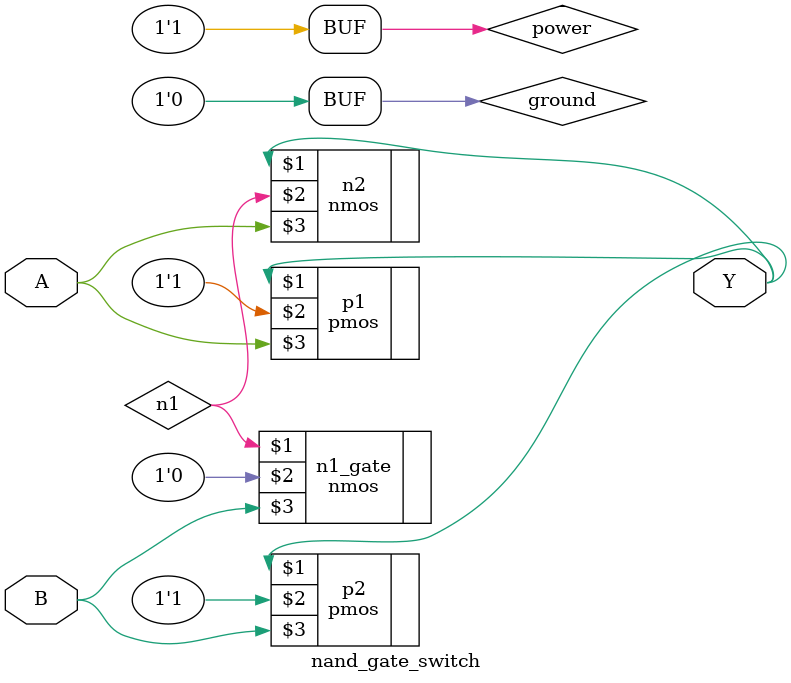
<source format=v>
module nand_gate_switch (output Y, input A,B);
    wire n1;
    supply1 power;
    supply0 ground;
    pmos p1(Y, power, A);
    pmos p2(Y, power, B);
    nmos n1_gate(n1,ground, B);
    nmos n2(Y, n1, A);
endmodule

</source>
